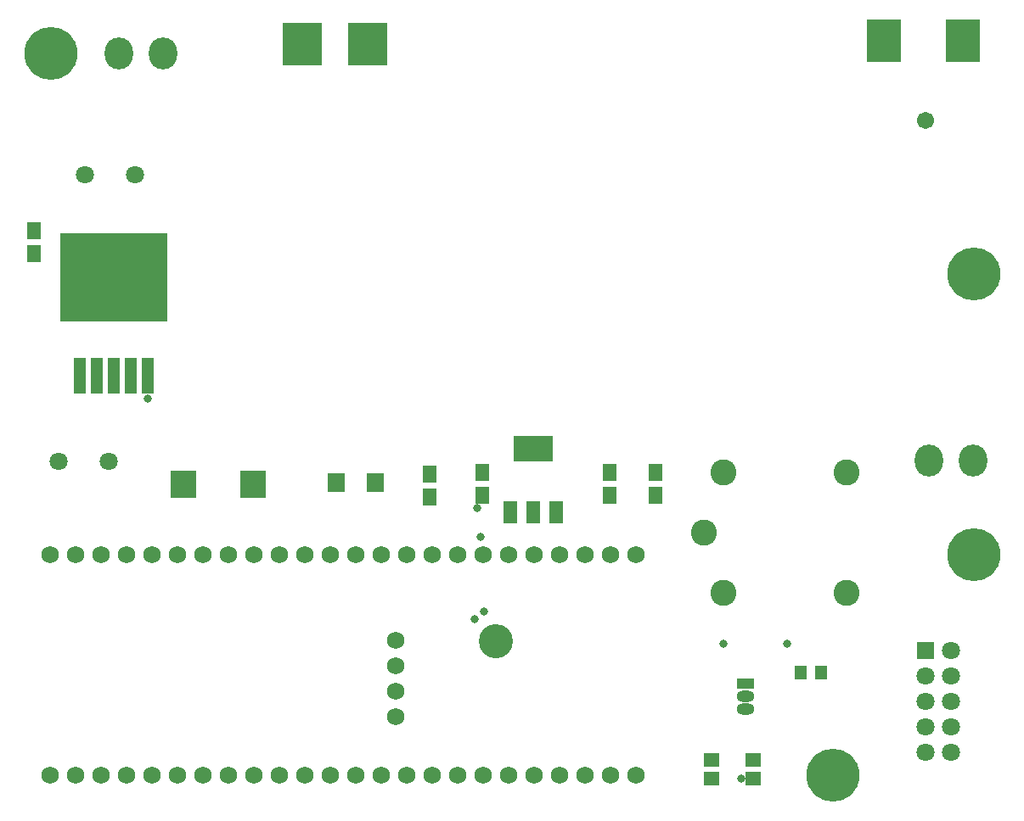
<source format=gts>
G04*
G04 #@! TF.GenerationSoftware,Altium Limited,Altium Designer,22.3.1 (43)*
G04*
G04 Layer_Color=8388736*
%FSLAX25Y25*%
%MOIN*%
G70*
G04*
G04 #@! TF.SameCoordinates,02BA5850-5A12-481F-9A08-F1AC3C9BE478*
G04*
G04*
G04 #@! TF.FilePolarity,Negative*
G04*
G01*
G75*
%ADD28R,0.05800X0.06800*%
%ADD29R,0.07099X0.07493*%
%ADD30R,0.13792X0.16548*%
%ADD31R,0.15761X0.16548*%
%ADD32R,0.09855X0.10642*%
%ADD33R,0.06221X0.05259*%
%ADD34R,0.41868X0.35052*%
%ADD35R,0.04816X0.14023*%
%ADD36R,0.05131X0.05721*%
%ADD37R,0.15761X0.09855*%
%ADD38R,0.05524X0.08674*%
%ADD39R,0.07099X0.06800*%
%ADD40C,0.07099*%
%ADD41C,0.10249*%
%ADD42O,0.11036X0.12611*%
%ADD43O,0.07099X0.04343*%
%ADD44R,0.07099X0.04343*%
%ADD45C,0.20800*%
%ADD46C,0.06800*%
%ADD47C,0.10643*%
%ADD48C,0.13398*%
%ADD49C,0.03202*%
%ADD50C,0.06706*%
D28*
X159455Y371008D02*
D03*
Y380008D02*
D03*
X314901Y275471D02*
D03*
Y284471D02*
D03*
X385500Y276045D02*
D03*
Y285045D02*
D03*
X403455Y276008D02*
D03*
Y285008D02*
D03*
X335455Y276008D02*
D03*
Y285008D02*
D03*
D29*
X293716Y281000D02*
D03*
X278283D02*
D03*
D30*
X524390Y454838D02*
D03*
X493287D02*
D03*
D31*
X290532Y453657D02*
D03*
X264941D02*
D03*
D32*
X245583Y280500D02*
D03*
X218417D02*
D03*
D33*
X425500Y172304D02*
D03*
Y164696D02*
D03*
X442000Y172304D02*
D03*
Y164696D02*
D03*
D34*
X191000Y361982D02*
D03*
D35*
X204386Y323019D02*
D03*
X197693D02*
D03*
X191000D02*
D03*
X184307D02*
D03*
X177614D02*
D03*
D36*
X468500Y206500D02*
D03*
X460500D02*
D03*
D37*
X355500Y294500D02*
D03*
D38*
Y269500D02*
D03*
X364555D02*
D03*
X346445D02*
D03*
D39*
X509500Y215000D02*
D03*
D40*
X519500D02*
D03*
X509500Y205000D02*
D03*
X519500D02*
D03*
X509500Y195000D02*
D03*
X519500D02*
D03*
X509500Y185000D02*
D03*
X519500D02*
D03*
X509500Y175000D02*
D03*
X519500D02*
D03*
X199343Y402000D02*
D03*
X179657D02*
D03*
X169158Y289500D02*
D03*
X188842D02*
D03*
D41*
X430421Y285122D02*
D03*
X478453D02*
D03*
X422547Y261500D02*
D03*
X430421Y237878D02*
D03*
X478453D02*
D03*
D42*
X528200Y289700D02*
D03*
X511000D02*
D03*
X210200Y449700D02*
D03*
X193000D02*
D03*
D43*
X439000Y192000D02*
D03*
Y197000D02*
D03*
D44*
Y202000D02*
D03*
D45*
X528452Y252862D02*
D03*
X166248Y449712D02*
D03*
X528452Y363098D02*
D03*
X473334Y166248D02*
D03*
D46*
X396000Y252807D02*
D03*
X386000Y252807D02*
D03*
X376000D02*
D03*
X366000D02*
D03*
X356000D02*
D03*
X346000D02*
D03*
X336000D02*
D03*
X326000D02*
D03*
X316000D02*
D03*
X306000D02*
D03*
X296000D02*
D03*
X286000D02*
D03*
X276000D02*
D03*
X266000Y252807D02*
D03*
X256000Y252807D02*
D03*
X246000D02*
D03*
X236000D02*
D03*
X226000D02*
D03*
X216000D02*
D03*
X206000D02*
D03*
X196000D02*
D03*
X186000D02*
D03*
X176000D02*
D03*
X166000D02*
D03*
Y166193D02*
D03*
X176000Y166193D02*
D03*
X186000D02*
D03*
X196000D02*
D03*
X206000D02*
D03*
X216000D02*
D03*
X226000D02*
D03*
X236000D02*
D03*
X246000D02*
D03*
X256000D02*
D03*
X266000D02*
D03*
X276000D02*
D03*
X286000D02*
D03*
X296000D02*
D03*
X306000D02*
D03*
X316000D02*
D03*
X326000D02*
D03*
X336000D02*
D03*
X346000D02*
D03*
X356000D02*
D03*
X366000D02*
D03*
X376000D02*
D03*
X386000D02*
D03*
X396000Y166193D02*
D03*
X301500Y219000D02*
D03*
Y209000D02*
D03*
Y199000D02*
D03*
Y189000D02*
D03*
D47*
X524390Y454839D02*
D03*
X493287D02*
D03*
X290532Y453658D02*
D03*
X264941D02*
D03*
D48*
X340870Y218961D02*
D03*
D49*
X204385Y314281D02*
D03*
X333633Y271195D02*
D03*
X334942Y259885D02*
D03*
X455271Y217970D02*
D03*
X336153Y230461D02*
D03*
X332466Y227429D02*
D03*
X430422Y217970D02*
D03*
X437286Y164696D02*
D03*
D50*
X509500Y423500D02*
D03*
M02*

</source>
